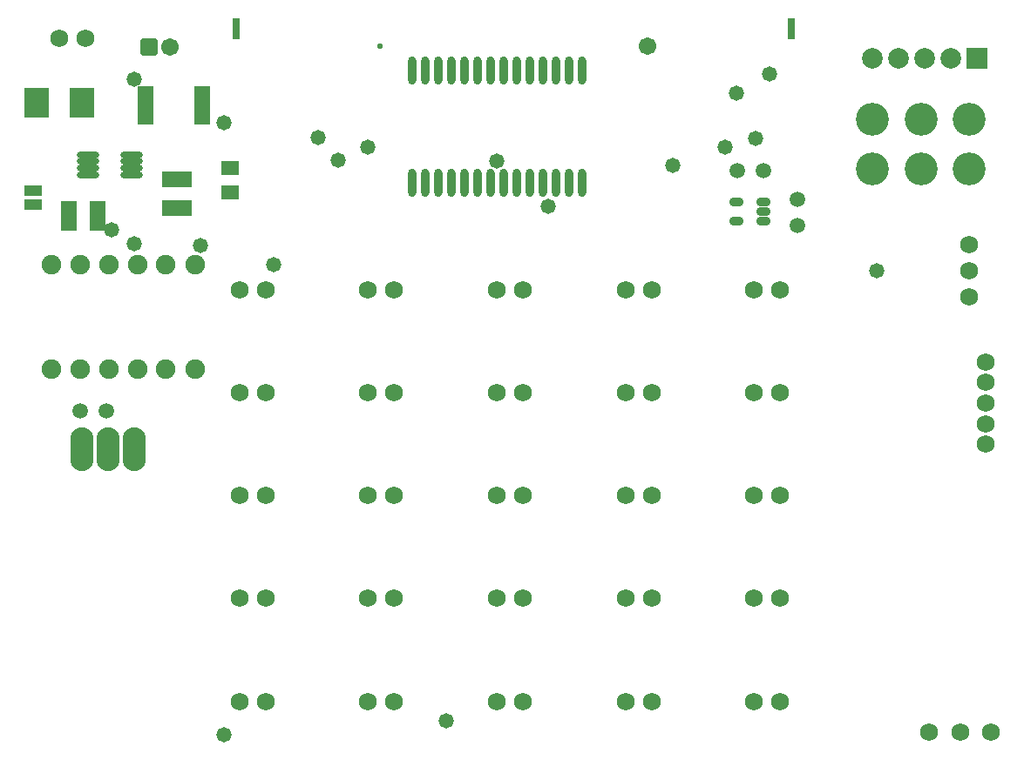
<source format=gbs>
G04 Layer_Color=8150272*
%FSLAX44Y44*%
%MOMM*%
G71*
G01*
G75*
%ADD38C,1.7272*%
%ADD39R,0.7032X2.0032*%
%ADD40C,1.7032*%
%ADD41C,0.5842*%
%ADD42C,1.5032*%
%ADD43C,3.2032*%
%ADD44R,2.0032X2.0032*%
%ADD45C,2.0032*%
G04:AMPARAMS|DCode=46|XSize=1.7032mm|YSize=1.7032mm|CornerRadius=0.2891mm|HoleSize=0mm|Usage=FLASHONLY|Rotation=180.000|XOffset=0mm|YOffset=0mm|HoleType=Round|Shape=RoundedRectangle|*
%AMROUNDEDRECTD46*
21,1,1.7032,1.1250,0,0,180.0*
21,1,1.1250,1.7032,0,0,180.0*
1,1,0.5782,-0.5625,0.5625*
1,1,0.5782,0.5625,0.5625*
1,1,0.5782,0.5625,-0.5625*
1,1,0.5782,-0.5625,-0.5625*
%
%ADD46ROUNDEDRECTD46*%
%ADD47C,1.9032*%
%ADD48O,2.2352X4.2672*%
%ADD49C,1.4732*%
%ADD50O,0.8032X2.7532*%
%ADD51R,1.6032X3.7632*%
%ADD52R,1.5032X2.9032*%
%ADD53R,2.9032X1.5032*%
%ADD54O,2.2032X0.6532*%
%ADD55R,2.3622X2.9462*%
%ADD56R,1.8032X1.4032*%
%ADD57R,1.7032X1.0032*%
G04:AMPARAMS|DCode=58|XSize=1.3032mm|YSize=0.8032mm|CornerRadius=0.2516mm|HoleSize=0mm|Usage=FLASHONLY|Rotation=180.000|XOffset=0mm|YOffset=0mm|HoleType=Round|Shape=RoundedRectangle|*
%AMROUNDEDRECTD58*
21,1,1.3032,0.3000,0,0,180.0*
21,1,0.8000,0.8032,0,0,180.0*
1,1,0.5032,-0.4000,0.1500*
1,1,0.5032,0.4000,0.1500*
1,1,0.5032,0.4000,-0.1500*
1,1,0.5032,-0.4000,-0.1500*
%
%ADD58ROUNDEDRECTD58*%
D38*
X1161000Y550000D02*
D03*
X1191000D02*
D03*
X1221000D02*
D03*
X1216000Y830000D02*
D03*
Y850000D02*
D03*
Y870000D02*
D03*
Y890000D02*
D03*
Y910000D02*
D03*
X316000Y1225000D02*
D03*
X341000D02*
D03*
X641400Y980000D02*
D03*
X616000D02*
D03*
X766400D02*
D03*
X741000D02*
D03*
X891400D02*
D03*
X866000D02*
D03*
X1016400D02*
D03*
X991000D02*
D03*
X516400Y880000D02*
D03*
X491000D02*
D03*
X641400D02*
D03*
X616000D02*
D03*
X766400D02*
D03*
X741000D02*
D03*
X891400D02*
D03*
X866000D02*
D03*
X1016400D02*
D03*
X991000D02*
D03*
X516400Y780000D02*
D03*
X491000D02*
D03*
X641400D02*
D03*
X616000D02*
D03*
X766400D02*
D03*
X741000D02*
D03*
X891400D02*
D03*
X866000D02*
D03*
X1016400D02*
D03*
X991000D02*
D03*
X516400Y680000D02*
D03*
X491000D02*
D03*
X641400D02*
D03*
X616000D02*
D03*
X766400D02*
D03*
X741000D02*
D03*
X891400D02*
D03*
X866000D02*
D03*
X1016400D02*
D03*
X991000D02*
D03*
X516400Y580000D02*
D03*
X491000D02*
D03*
X641400D02*
D03*
X616000D02*
D03*
X766400D02*
D03*
X741000D02*
D03*
X891400D02*
D03*
X866000D02*
D03*
X1016400D02*
D03*
X991000D02*
D03*
X1200000Y999000D02*
D03*
Y1024400D02*
D03*
Y973600D02*
D03*
X516400Y980000D02*
D03*
X491000D02*
D03*
D39*
X1027430Y1234440D02*
D03*
X487430D02*
D03*
D40*
X887430Y1217440D02*
D03*
X423000Y1216000D02*
D03*
D41*
X627430Y1217440D02*
D03*
D42*
X974600Y1096000D02*
D03*
X1000000D02*
D03*
X1033000Y1042600D02*
D03*
Y1068000D02*
D03*
X336600Y862000D02*
D03*
X362000D02*
D03*
D43*
X1200000Y1146000D02*
D03*
X1153000D02*
D03*
X1106000D02*
D03*
Y1098000D02*
D03*
X1153000D02*
D03*
X1200000D02*
D03*
D44*
X1207600Y1205000D02*
D03*
D45*
X1182200D02*
D03*
X1156800D02*
D03*
X1131400D02*
D03*
X1106000D02*
D03*
D46*
X403000Y1216000D02*
D03*
D47*
X448000Y903200D02*
D03*
Y1004800D02*
D03*
X392000Y903200D02*
D03*
Y1004800D02*
D03*
X336000Y903200D02*
D03*
Y1004800D02*
D03*
X364000Y903200D02*
D03*
Y1004800D02*
D03*
X308000Y903200D02*
D03*
Y1004800D02*
D03*
X419000D02*
D03*
Y903200D02*
D03*
D48*
X337600Y825300D02*
D03*
X363000D02*
D03*
X388400D02*
D03*
D49*
X475996Y547878D02*
D03*
X911860Y1101344D02*
D03*
X586800Y1106230D02*
D03*
X566928Y1128014D02*
D03*
X1005840Y1190498D02*
D03*
X452882Y1023620D02*
D03*
X1109726Y998474D02*
D03*
X524510Y1004570D02*
D03*
X388366Y1024890D02*
D03*
X366776Y1038860D02*
D03*
X790956Y1061720D02*
D03*
X962914Y1119378D02*
D03*
X973328Y1171194D02*
D03*
X992124Y1127760D02*
D03*
X388366Y1184910D02*
D03*
X475996Y1143004D02*
D03*
X741000Y1105154D02*
D03*
X616000Y1118870D02*
D03*
X691388Y561340D02*
D03*
D50*
X658450Y1193500D02*
D03*
X671150D02*
D03*
X683850D02*
D03*
X696550D02*
D03*
X709250D02*
D03*
X721950D02*
D03*
X734650D02*
D03*
X747350D02*
D03*
X760050D02*
D03*
X772750D02*
D03*
X785450D02*
D03*
X798150D02*
D03*
X810850D02*
D03*
X823550D02*
D03*
X658450Y1084500D02*
D03*
X671150D02*
D03*
X683850D02*
D03*
X696550D02*
D03*
X709250D02*
D03*
X721950D02*
D03*
X734650D02*
D03*
X747350D02*
D03*
X760050D02*
D03*
X772750D02*
D03*
X785450D02*
D03*
X798150D02*
D03*
X810850D02*
D03*
X823550D02*
D03*
D51*
X454300Y1160000D02*
D03*
X399700D02*
D03*
D52*
X325000Y1052000D02*
D03*
X353000D02*
D03*
D53*
X430000Y1060000D02*
D03*
Y1088000D02*
D03*
D54*
X343500Y1092250D02*
D03*
Y1098750D02*
D03*
Y1105250D02*
D03*
Y1111750D02*
D03*
X386500Y1092250D02*
D03*
Y1098750D02*
D03*
Y1105250D02*
D03*
Y1111750D02*
D03*
D55*
X293900Y1162000D02*
D03*
X338100D02*
D03*
D56*
X482000Y1075000D02*
D03*
Y1099000D02*
D03*
D57*
X290500Y1077000D02*
D03*
Y1063000D02*
D03*
D58*
X1000000Y1047000D02*
D03*
X974000Y1066000D02*
D03*
X1000000Y1056500D02*
D03*
X974000Y1047000D02*
D03*
X1000000Y1066000D02*
D03*
M02*

</source>
